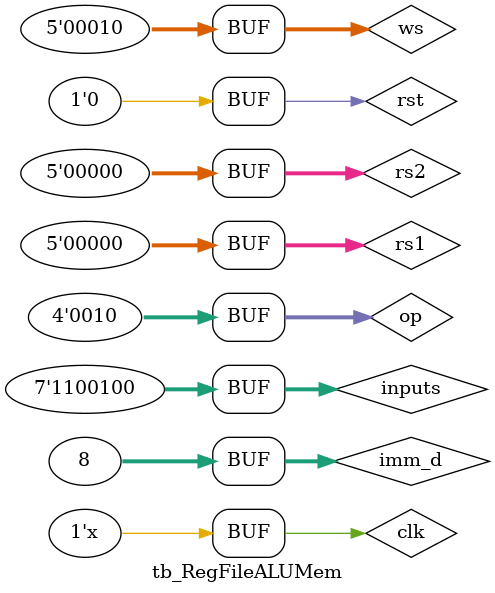
<source format=v>

module RegFileALUMem #(parameter DATA_WIDTH  = 32, NAME_BITS = 5, CTRL_BITS = 4, addr_bits  = 16)
                 (clk, rst, rs1_in, rs2_in, ws_in, op_in, imm_d_in, inputs);
   
   input wire clk, rst;
   input wire [6:0] inputs; // reg_we, imm_e, mem_rst, mem_we, mem_re, mem_rs, mem_ws
   input wire [NAME_BITS-1:0] rs1_in, rs2_in, ws_in;
   input wire [CTRL_BITS-1:0] op_in;
   input wire [DATA_WIDTH-1:0] imm_d_in;

   // for RF
   reg  write, read;  
   reg [NAME_BITS-1:0] ws, rs1, rs2;
   wire [DATA_WIDTH-1:0] rd1, rd2;
   reg [DATA_WIDTH-1:0] wd, imm_d;
   
   // for ALU
   wire [DATA_WIDTH-1:0] c;
   wire over, c_out, zero;
   reg [DATA_WIDTH-1:0] a, b;
   reg reg_we, imm_e;

   // for MEM
   wire [DATA_WIDTH-1:0] mem_rd;
   reg  [DATA_WIDTH-1:0] mem_wd;
   reg  [addr_bits-1:0]  mem_ra, mem_wa;
   reg  mem_rst, mem_we, mem_re, mem_rs, mem_ws;

   Memory #(.ADDR_WIDTH(addr_bits)) foam ( 
     .clk (clk), 
     .rst (mem_rst), 
     .we  (mem_we),
     .re  (mem_re),
     .ra  (mem_ra), 
     .wa  (mem_wa),
     .rs  (mem_rs), 
     .ws  (mem_ws), 
     .wd  (mem_wd),  
     .rd  (mem_rd)
   ); 
    
   registerFile_2 regFile ( 
     .rst (rst), 
     .we  (reg_we), 
     .rs1 (rs1), 
     .rs2 (rs2), 
     .ws  (ws),  
     .wd  (wd), 
     .rd1 (rd1), 
     .rd2 (rd2) 
   ); 

   alu my_alu ( 
     .ctrl (op_in), 
     .a (a), 
     .b (b), 
     .c (c), 
     .zero (zero), 
     .over (over), 
     .c_out (c_out) 
   ); 

   always @(*) begin
      a  <= rd1;
      b  <= (imm_e)  ? imm_d : rd2;
      wd <= (mem_re) ? mem_rd : c;

      mem_wd <= rd2;
      mem_ra <= c;
      mem_wa <= c;
   end

   always @(posedge clk) begin
      ws      <= (rst) ? 0 : ws_in;
      rs1     <= (rst) ? 0 : rs1_in;
      rs2     <= (rst) ? 0 : rs2_in;
      imm_d   <= (rst) ? 0 : imm_d_in;
      reg_we  <= (rst) ? 0 : inputs[6];
      imm_e   <= (rst) ? 0 : inputs[5];
      mem_rst <= (rst) ? 1 : inputs[4];
      mem_we  <= (rst) ? 0 : inputs[3];
      mem_re  <= (rst) ? 0 : inputs[2];
      mem_rs  <= (rst) ? 0 : inputs[1];
      mem_ws  <= (rst) ? 0 : inputs[0];
   end

endmodule

module tb_RegFileALUMem; 
   parameter reg_len  = 32;
   parameter name_bit = 5;
   parameter num_regs = 32;
   parameter ctrl_bits = 4;

   // for op_in
   localparam AND = 4'b0000, OR  = 4'b0001, ADD = 4'b0010, SUB = 4'b0110, 
              SLT = 4'b0111, SGE = 4'b0101, NOR = 4'b1100;

   // for inputs
   localparam REG = 7'b1000000, IMM = 7'b1100000, SW = 7'b0101000, LW = 7'b1100100; 


   reg clk, rst, imm_e, mem_rst, mem_we, mem_re, mem_rs, mem_ws; 
   reg [ctrl_bits-1:0] op;
   reg [reg_len-1:0] imm_d;
   reg [name_bit-1:0] rs1, rs2, ws;
   reg [6:0] inputs; // reg_we, imm_e, mem_rst, mem_we, mem_re, mem_rs, mem_ws

   RegFileALUMem little_processing_thing ( 
      .clk       (clk), 
      .rst       (rst),
      .rs1_in    (rs1), 
      .rs2_in    (rs2),
      .ws_in     (ws),
      .op_in     (op),
      .imm_d_in  (imm_d),
      .inputs    (inputs)
   ); 
    
   initial 
   begin 
   clk     = 0; 
   rst     = 1;
   rs1     = 0;
   rs2     = 0;
   ws      = 0;
   op      = 0;
   imm_d   = 0;
   inputs  = REG;

   #20 rst = 0;
   #15 rs1     = 0;
       rs2     = 0;
       ws      = 0;
       op      = 0;
       imm_d   = 0;
       inputs  = REG;
   #10 rs1     = 0;
       rs2     = 0;
       ws      = 1;
       op      = ADD;
       imm_d   = 5;
       inputs  = IMM;
   #10 rs1     = 0;
       rs2     = 1;
       ws      = 0;
       op      = ADD;
       imm_d   = 4;
       inputs  = SW;
   #10 rs1     = 0;
       rs2     = 1;
       ws      = 1;
       op      = ADD;
       imm_d   = 0;
       inputs  = SW;
   #10 rs1     = 0;
       rs2     = 1;
       ws      = 0;
       op      = ADD;
       imm_d   = 8;
       inputs  = SW;
   #10 rs1     = 0;
       rs2     = 0;
       ws      = 2;
       op      = ADD;
       imm_d   = 8;
       inputs  = LW;
   #10


   $display("Expect 5 in r1 and r2");

   end 
    
   always 
     #5  clk =  ! clk; 
    
endmodule 
</source>
